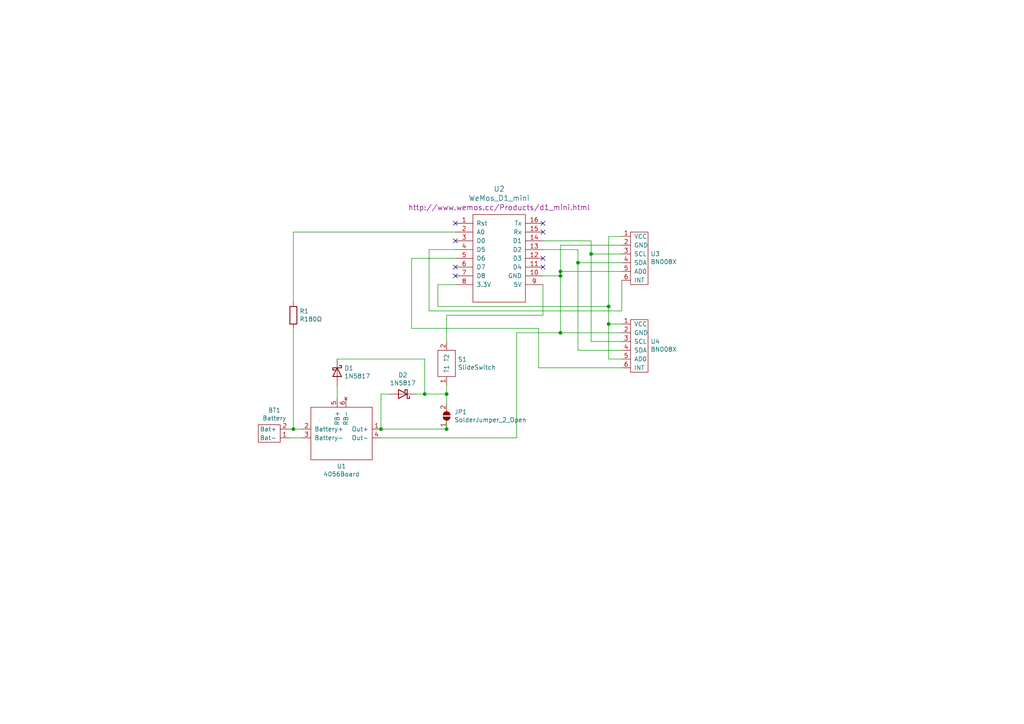
<source format=kicad_sch>
(kicad_sch (version 20211123) (generator eeschema)
  (paper "A4")
  (title_block (title "Slime VR Motherboard") (date "2022-01-03") (rev "V1.2") (comment 2 "creativecommons.org/licenses/by/4.0/") (comment 3 "License: CC BY 4.0") (comment 4 "Author: TheDarkHood"))
  (lib_symbols
    (symbol "Device:R" (pin_numbers hide) (pin_names (offset 0))
      (property "Reference" "R" (at 2.032 0 90))
      (property "Value" "R" (at 0 0 90))
      (symbol "R_0_1"
        (rectangle (start -1.016 -2.54) (end 1.016 2.54) (stroke (width 0.254)))
      )
      (symbol "R_1_1"
        (pin passive line (at 0 3.81 270) (length 1.27) (name "~") (number "1"))
        (pin passive line (at 0 -3.81 90) (length 1.27) (name "~") (number "2"))
      )
    )
    (symbol "Diode:1N5817" (pin_numbers hide) (pin_names (offset 1.016) hide)
      (property "Reference" "D" (at 0 2.54 0))
      (property "Value" "1N5817" (at 0 -2.54 0))
      (symbol "1N5817_0_1"
        (polyline (pts (xy 1.27 0) (xy -1.27 0)))
        (polyline (pts (xy 1.27 1.27) (xy 1.27 -1.27) (xy -1.27 0) (xy 1.27 1.27)) (stroke (width 0.254)))
        (polyline (pts (xy -1.905 0.635) (xy -1.905 1.27) (xy -1.27 1.27) (xy -1.27 -1.27) (xy -0.635 -1.27) (xy -0.635 -0.635)) (stroke (width 0.254)))
      )
      (symbol "1N5817_1_1"
        (pin passive line (at -3.81 0 0) (length 2.54) (name "K") (number "1"))
        (pin passive line (at 3.81 0 180) (length 2.54) (name "A") (number "2"))
      )
    )
    (symbol "Jumper:SolderJumper_2_Open" (pin_names (offset 0) hide)
      (property "Reference" "JP" (at 0 2.032 0))
      (property "Value" "SolderJumper_2_Open" (at 0 -2.54 0))
      (symbol "SolderJumper_2_Open_0_1"
        (arc (start -0.254 1.016) (mid -1.27 0) (end -0.254 -1.016))
        (arc (start -0.254 1.016) (mid -1.27 0) (end -0.254 -1.016) (fill (type outline)))
        (polyline (pts (xy -0.254 1.016) (xy -0.254 -1.016)))
        (polyline (pts (xy 0.254 1.016) (xy 0.254 -1.016)))
        (arc (start 0.254 -1.016) (mid 1.27 0) (end 0.254 1.016))
        (arc (start 0.254 -1.016) (mid 1.27 0) (end 0.254 1.016) (fill (type outline)))
      )
      (symbol "SolderJumper_2_Open_1_1"
        (pin passive line (at -3.81 0 0) (length 2.54) (name "A") (number "1"))
        (pin passive line (at 3.81 0 180) (length 2.54) (name "B") (number "2"))
      )
    )
    (symbol "SlimeVRLibrary:4056Board" (pin_names (offset 1.016))
      (property "Reference" "U" (at -7.62 8.89 0))
      (property "Value" "4056Board" (at 3.81 -8.89 0))
      (symbol "4056Board_0_1"
        (rectangle (start -6.35 3.81) (end -6.35 3.81))
        (polyline (pts (xy -8.89 7.62) (xy 8.89 7.62) (xy 8.89 -7.62) (xy -8.89 -7.62) (xy -8.89 7.62)))
      )
      (symbol "4056Board_1_1"
        (pin output line (at 11.43 1.27 180) (length 2.54) (name "Out+") (number "1"))
        (pin input line (at -11.43 1.27 0) (length 2.54) (name "Battery+") (number "2"))
        (pin input line (at -11.43 -1.27 0) (length 2.54) (name "Battery-") (number "3"))
        (pin output line (at 11.43 -1.27 180) (length 2.54) (name "Out-") (number "4"))
        (pin output line (at -1.27 10.16 270) (length 2.54) (name "RB+") (number "5"))
        (pin no_connect line (at 1.27 10.16 270) (length 2.54) (name "RB-") (number "6"))
      )
    )
    (symbol "SlimeVRLibrary:BN008X" (pin_names (offset 1.016))
      (property "Reference" "U" (at 0 8.89 0))
      (property "Value" "BN008X" (at 0 -8.89 0))
      (symbol "BN008X_0_1"
        (polyline (pts (xy -2.54 -7.62) (xy -2.54 7.62) (xy 2.54 7.62) (xy 2.54 -7.62) (xy -2.54 -7.62)))
      )
      (symbol "BN008X_1_1"
        (pin input line (at -5.08 6.35 0) (length 2.54) (name "VCC") (number "1"))
        (pin input line (at -5.08 3.81 0) (length 2.54) (name "GND") (number "2"))
        (pin input line (at -5.08 1.27 0) (length 2.54) (name "SCL") (number "3"))
        (pin input line (at -5.08 -1.27 0) (length 2.54) (name "SDA") (number "4"))
        (pin input line (at -5.08 -3.81 0) (length 2.54) (name "AD0") (number "5"))
        (pin input line (at -5.08 -6.35 0) (length 2.54) (name "INT") (number "6"))
      )
    )
    (symbol "SlimeVRLibrary:Battery" (pin_names (offset 1.016))
      (property "Reference" "BT" (at 0 3.81 0))
      (property "Value" "Battery" (at 1.27 -3.81 0))
      (symbol "Battery_0_1"
        (rectangle (start -2.54 -2.54) (end -2.54 2.54))
        (rectangle (start -2.54 2.54) (end 3.81 2.54))
        (rectangle (start 3.81 -2.54) (end -2.54 -2.54))
        (rectangle (start 3.81 2.54) (end 3.81 -2.54))
      )
      (symbol "Battery_1_1"
        (pin output line (at -5.08 1.27 0) (length 2.54) (name "Bat-") (number "1"))
        (pin output line (at -5.08 -1.27 0) (length 2.54) (name "Bat+") (number "2"))
      )
    )
    (symbol "SlimeVRLibrary:SlideSwitch" (pin_names (offset 1.016))
      (property "Reference" "S" (at 0 3.81 0))
      (property "Value" "SlideSwitch" (at 0 -3.81 0))
      (symbol "SlideSwitch_0_1"
        (rectangle (start -3.81 2.54) (end 3.81 -2.54))
      )
      (symbol "SlideSwitch_1_1"
        (pin input line (at 6.35 0 180) (length 2.54) (name "T1") (number "1"))
        (pin output line (at -6.35 0 0) (length 2.54) (name "T2") (number "2"))
      )
    )
    (symbol "wemos_mini:WeMos_D1_mini" (pin_names (offset 1.016))
      (property "Reference" "U" (at 0 12.7 0))
      (property "Value" "WeMos_D1_mini" (at 0 -12.7 0))
      (property "Datasheet" "http://www.wemos.cc/Products/d1_mini.html" (at 13.97 -17.78 0))
      (symbol "WeMos_D1_mini_0_1"
        (rectangle (start -7.62 11.43) (end 7.62 -13.97))
      )
      (symbol "WeMos_D1_mini_1_1"
        (pin bidirectional line (at -12.7 8.89 0) (length 5.08) (name "Rst") (number "1"))
        (pin power_in line (at 12.7 -6.35 180) (length 5.08) (name "GND") (number "10"))
        (pin bidirectional line (at 12.7 -3.81 180) (length 5.08) (name "D4") (number "11"))
        (pin bidirectional line (at 12.7 -1.27 180) (length 5.08) (name "D3") (number "12"))
        (pin bidirectional line (at 12.7 1.27 180) (length 5.08) (name "D2") (number "13"))
        (pin bidirectional line (at 12.7 3.81 180) (length 5.08) (name "D1") (number "14"))
        (pin bidirectional line (at 12.7 6.35 180) (length 5.08) (name "Rx") (number "15"))
        (pin bidirectional line (at 12.7 8.89 180) (length 5.08) (name "Tx") (number "16"))
        (pin bidirectional line (at -12.7 6.35 0) (length 5.08) (name "A0") (number "2"))
        (pin bidirectional line (at -12.7 3.81 0) (length 5.08) (name "D0") (number "3"))
        (pin bidirectional line (at -12.7 1.27 0) (length 5.08) (name "D5") (number "4"))
        (pin bidirectional line (at -12.7 -1.27 0) (length 5.08) (name "D6") (number "5"))
        (pin bidirectional line (at -12.7 -3.81 0) (length 5.08) (name "D7") (number "6"))
        (pin bidirectional line (at -12.7 -6.35 0) (length 5.08) (name "D8") (number "7"))
        (pin power_out line (at -12.7 -8.89 0) (length 5.08) (name "3.3V") (number "8"))
        (pin power_in line (at 12.7 -8.89 180) (length 5.08) (name "5V") (number "9"))
      )
    )
  )
  (junction (at 85.09 124.46))
  (junction (at 171.45 73.66))
  (junction (at 176.53 88.9))
  (junction (at 167.64 76.2))
  (junction (at 129.54 124.46))
  (junction (at 176.53 93.98))
  (junction (at 162.56 80.01))
  (junction (at 162.56 78.74))
  (junction (at 162.56 96.52))
  (junction (at 123.19 114.3))
  (junction (at 110.49 124.46))
  (junction (at 129.54 114.3))
  (no_connect (at 157.48 74.93))
  (no_connect (at 157.48 64.77))
  (no_connect (at 157.48 77.47))
  (no_connect (at 132.08 77.47))
  (no_connect (at 157.48 67.31))
  (no_connect (at 132.08 69.85))
  (no_connect (at 132.08 64.77))
  (no_connect (at 132.08 80.01))
  (wire (pts (xy 129.54 91.44) (xy 129.54 99.06)))
  (wire (pts (xy 132.08 82.55) (xy 127 82.55)))
  (wire (pts (xy 149.86 127) (xy 110.49 127)))
  (wire (pts (xy 156.21 95.25) (xy 156.21 106.68)))
  (wire (pts (xy 157.48 91.44) (xy 129.54 91.44)))
  (wire (pts (xy 157.48 80.01) (xy 162.56 80.01)))
  (wire (pts (xy 129.54 124.46) (xy 110.49 124.46)))
  (wire (pts (xy 129.54 116.84) (xy 129.54 114.3)))
  (wire (pts (xy 119.38 74.93) (xy 119.38 95.25)))
  (wire (pts (xy 162.56 96.52) (xy 180.34 96.52)))
  (wire (pts (xy 149.86 96.52) (xy 149.86 127)))
  (wire (pts (xy 124.46 72.39) (xy 124.46 90.17)))
  (wire (pts (xy 171.45 73.66) (xy 180.34 73.66)))
  (wire (pts (xy 176.53 68.58) (xy 180.34 68.58)))
  (wire (pts (xy 110.49 124.46) (xy 110.49 114.3)))
  (wire (pts (xy 127 82.55) (xy 127 88.9)))
  (wire (pts (xy 180.34 90.17) (xy 180.34 81.28)))
  (wire (pts (xy 97.79 104.14) (xy 123.19 104.14)))
  (wire (pts (xy 120.65 114.3) (xy 123.19 114.3)))
  (wire (pts (xy 167.64 72.39) (xy 167.64 76.2)))
  (wire (pts (xy 87.63 127) (xy 83.82 127)))
  (wire (pts (xy 162.56 96.52) (xy 149.86 96.52)))
  (wire (pts (xy 132.08 74.93) (xy 119.38 74.93)))
  (wire (pts (xy 176.53 88.9) (xy 176.53 93.98)))
  (wire (pts (xy 157.48 72.39) (xy 167.64 72.39)))
  (wire (pts (xy 162.56 80.01) (xy 162.56 96.52)))
  (wire (pts (xy 123.19 114.3) (xy 129.54 114.3)))
  (wire (pts (xy 123.19 104.14) (xy 123.19 114.3)))
  (wire (pts (xy 85.09 124.46) (xy 87.63 124.46)))
  (wire (pts (xy 176.53 104.14) (xy 180.34 104.14)))
  (wire (pts (xy 85.09 124.46) (xy 85.09 95.25)))
  (wire (pts (xy 97.79 115.57) (xy 97.79 111.76)))
  (wire (pts (xy 171.45 99.06) (xy 180.34 99.06)))
  (wire (pts (xy 167.64 76.2) (xy 180.34 76.2)))
  (wire (pts (xy 129.54 121.92) (xy 129.54 124.46)))
  (wire (pts (xy 171.45 73.66) (xy 171.45 99.06)))
  (wire (pts (xy 157.48 69.85) (xy 171.45 69.85)))
  (wire (pts (xy 171.45 69.85) (xy 171.45 73.66)))
  (wire (pts (xy 110.49 114.3) (xy 113.03 114.3)))
  (wire (pts (xy 162.56 71.12) (xy 180.34 71.12)))
  (wire (pts (xy 83.82 124.46) (xy 85.09 124.46)))
  (wire (pts (xy 176.53 93.98) (xy 176.53 104.14)))
  (wire (pts (xy 157.48 82.55) (xy 157.48 91.44)))
  (wire (pts (xy 85.09 67.31) (xy 132.08 67.31)))
  (wire (pts (xy 176.53 88.9) (xy 176.53 68.58)))
  (wire (pts (xy 167.64 76.2) (xy 167.64 101.6)))
  (wire (pts (xy 129.54 114.3) (xy 129.54 111.76)))
  (wire (pts (xy 119.38 95.25) (xy 156.21 95.25)))
  (wire (pts (xy 85.09 87.63) (xy 85.09 67.31)))
  (wire (pts (xy 156.21 106.68) (xy 180.34 106.68)))
  (wire (pts (xy 162.56 78.74) (xy 162.56 80.01)))
  (wire (pts (xy 176.53 93.98) (xy 180.34 93.98)))
  (wire (pts (xy 162.56 78.74) (xy 162.56 71.12)))
  (wire (pts (xy 167.64 101.6) (xy 180.34 101.6)))
  (wire (pts (xy 124.46 90.17) (xy 180.34 90.17)))
  (wire (pts (xy 132.08 72.39) (xy 124.46 72.39)))
  (wire (pts (xy 162.56 78.74) (xy 180.34 78.74)))
  (wire (pts (xy 127 88.9) (xy 176.53 88.9)))
  (symbol (lib_id "wemos_mini:WeMos_D1_mini") (at 144.78 73.66 0) (unit 1)
    (property "Reference" "U2" (at 144.78 54.7878 0) (effects (font (size 1.524 1.524))))
    (property "Value" "WeMos_D1_mini" (at 144.78 57.4802 0) (effects (font (size 1.524 1.524))))
    (property "Footprint" "wemos-d1-mini:wemos-d1-mini-connectors-only" (effects hide))
    (property "Datasheet" "http://www.wemos.cc/Products/d1_mini.html" (at 144.78 60.1726 0) (effects (font (size 1.524 1.524))))
  )
  (symbol (lib_id "SlimeVRLibrary:BN008X") (at 185.42 74.93 0) (unit 1)
    (property "Reference" "U3" (at 188.6712 73.6346 0) (effects (justify left)))
    (property "Value" "BN008X" (at 188.6712 75.946 0) (effects (justify left)))
    (property "Footprint" "SlimeVRMotherBoard:BNO080_Connector" (effects hide))
  )
  (symbol (lib_id "SlimeVRLibrary:BN008X") (at 185.42 100.33 0) (unit 1)
    (property "Reference" "U4" (at 188.6712 99.0346 0) (effects (justify left)))
    (property "Value" "BN008X" (at 188.6712 101.346 0) (effects (justify left)))
    (property "Footprint" "SlimeVRMotherBoard:BNO080_Connector" (effects hide))
  )
  (symbol (lib_id "SlimeVRLibrary:Battery") (at 78.74 125.73 180) (unit 1)
    (property "Reference" "BT1" (at 79.5782 118.999 0))
    (property "Value" "Battery" (at 79.5782 121.3104 0))
    (property "Footprint" "SlimeVRMotherBoard:Battery" (effects hide))
  )
  (symbol (lib_id "SlimeVRLibrary:4056Board") (at 99.06 125.73 0) (unit 1)
    (property "Reference" "U1" (at 99.06 135.2042 0))
    (property "Value" "4056Board" (at 99.06 137.5156 0))
    (property "Footprint" "SlimeVRMotherBoard:4056Board" (effects hide))
  )
  (symbol (lib_id "Diode:1N5817") (at 97.79 107.95 270) (unit 1)
    (property "Reference" "D1" (at 99.822 106.7816 90) (effects (justify left)))
    (property "Value" "1N5817" (at 99.822 109.093 90) (effects (justify left)))
    (property "Footprint" "Diode_THT:D_DO-41_SOD81_P10.16mm_Horizontal" (effects hide))
    (property "Datasheet" "http://www.vishay.com/docs/88525/1n5817.pdf" (effects hide))
  )
  (symbol (lib_id "Diode:1N5817") (at 116.84 114.3 180) (unit 1)
    (property "Reference" "D2" (at 116.84 108.7882 0))
    (property "Value" "1N5817" (at 116.84 111.0996 0))
    (property "Footprint" "Diode_THT:D_DO-41_SOD81_P10.16mm_Horizontal" (effects hide))
    (property "Datasheet" "http://www.vishay.com/docs/88525/1n5817.pdf" (effects hide))
  )
  (symbol (lib_id "SlimeVRLibrary:SlideSwitch") (at 129.54 105.41 270) (unit 1)
    (property "Reference" "S1" (at 132.7912 104.2416 90) (effects (justify left)))
    (property "Value" "SlideSwitch" (at 132.7912 106.553 90) (effects (justify left)))
    (property "Footprint" "SlimeVRMotherBoard:SS22F32" (effects hide))
  )
  (symbol (lib_id "Jumper:SolderJumper_2_Open") (at 129.54 120.65 90) (unit 1)
    (property "Reference" "JP1" (at 131.7752 119.4816 90) (effects (justify right)))
    (property "Value" "SolderJumper_2_Open" (at 131.7752 121.793 90) (effects (justify right)))
    (property "Footprint" "Extra Footprints:SolderJumper-2_P1.3mm_Open_Pad1.0x1.5mm" (effects hide))
  )
  (symbol (lib_id "Device:R") (at 85.09 91.44 180) (unit 1)
    (property "Reference" "R1" (at 86.868 90.2716 0) (effects (justify right)))
    (property "Value" "R180Ω" (at 86.868 92.583 0) (effects (justify right)))
    (property "Footprint" "SlimeVRMotherBoard:180KΩ" (effects hide))
  )
)
</source>
